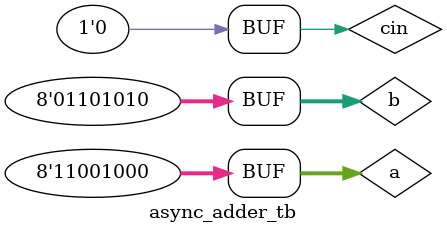
<source format=v>
module async_adder (a, b, cin, c, cout);
    input [7:0] a, b;
    input cin;
    output [7:0] c;
    output cout;

    assign {cout, c} = a + b + cin;
endmodule

module async_adder_tb;
    reg [7:0] a, b;
    reg cin;
    wire [7:0] c;
    wire cout;

    async_adder dut (a, b, cin, c, cout);

    initial begin
        $display("cin |    a     |    b     | cout |    c    ");
        $monitor("%3b | %b | %b | %4b | %b", cin, a, b, cout, c);
        a = 32; b = 64; cin = 0;
        #1 a = 64; b = 128;
        #1 a = 192; b = 63;
        #1 cin = 1;
        #1 a = 15; b = 31; cin = 0;
        #1 a = 200; b = 106;
    end
endmodule
</source>
